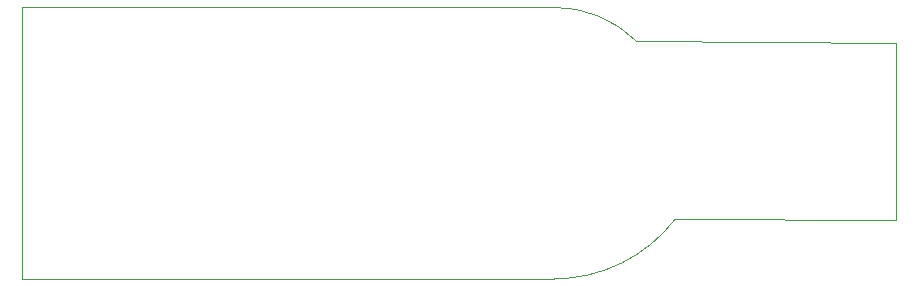
<source format=gbr>
%TF.GenerationSoftware,KiCad,Pcbnew,9.0.2*%
%TF.CreationDate,2025-07-12T05:54:42+02:00*%
%TF.ProjectId,synthmate_L432,73796e74-686d-4617-9465-5f4c3433322e,rev?*%
%TF.SameCoordinates,Original*%
%TF.FileFunction,Profile,NP*%
%FSLAX46Y46*%
G04 Gerber Fmt 4.6, Leading zero omitted, Abs format (unit mm)*
G04 Created by KiCad (PCBNEW 9.0.2) date 2025-07-12 05:54:42*
%MOMM*%
%LPD*%
G01*
G04 APERTURE LIST*
%TA.AperFunction,Profile*%
%ADD10C,0.050000*%
%TD*%
G04 APERTURE END LIST*
D10*
X165000000Y-55000000D02*
X146292050Y-54941893D01*
X143014979Y-39873285D02*
X165000000Y-40000000D01*
X165000000Y-40000000D02*
X165000000Y-55000000D01*
X136000000Y-37000000D02*
G75*
G02*
X143014979Y-39873285I0J-10000000D01*
G01*
X136000000Y-37000000D02*
X91000000Y-37000000D01*
X91000000Y-37000000D02*
X91000000Y-60000000D01*
X91000000Y-60000000D02*
X136000000Y-60000000D01*
X146292052Y-54941893D02*
G75*
G02*
X136000000Y-60000000I-10292052J7941893D01*
G01*
M02*

</source>
